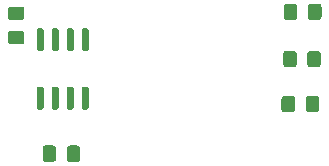
<source format=gbr>
%TF.GenerationSoftware,KiCad,Pcbnew,(5.1.9)-1*%
%TF.CreationDate,2021-07-10T09:55:13-04:00*%
%TF.ProjectId,detector_circuit,64657465-6374-46f7-925f-636972637569,rev?*%
%TF.SameCoordinates,Original*%
%TF.FileFunction,Paste,Bot*%
%TF.FilePolarity,Positive*%
%FSLAX46Y46*%
G04 Gerber Fmt 4.6, Leading zero omitted, Abs format (unit mm)*
G04 Created by KiCad (PCBNEW (5.1.9)-1) date 2021-07-10 09:55:13*
%MOMM*%
%LPD*%
G01*
G04 APERTURE LIST*
G04 APERTURE END LIST*
%TO.C,C13*%
G36*
G01*
X107790400Y-68344201D02*
X107790400Y-67444199D01*
G75*
G02*
X108040399Y-67194200I249999J0D01*
G01*
X108690401Y-67194200D01*
G75*
G02*
X108940400Y-67444199I0J-249999D01*
G01*
X108940400Y-68344201D01*
G75*
G02*
X108690401Y-68594200I-249999J0D01*
G01*
X108040399Y-68594200D01*
G75*
G02*
X107790400Y-68344201I0J249999D01*
G01*
G37*
G36*
G01*
X105740400Y-68344201D02*
X105740400Y-67444199D01*
G75*
G02*
X105990399Y-67194200I249999J0D01*
G01*
X106640401Y-67194200D01*
G75*
G02*
X106890400Y-67444199I0J-249999D01*
G01*
X106890400Y-68344201D01*
G75*
G02*
X106640401Y-68594200I-249999J0D01*
G01*
X105990399Y-68594200D01*
G75*
G02*
X105740400Y-68344201I0J249999D01*
G01*
G37*
%TD*%
%TO.C,U10*%
G36*
G01*
X109497000Y-59206000D02*
X109197000Y-59206000D01*
G75*
G02*
X109047000Y-59056000I0J150000D01*
G01*
X109047000Y-57406000D01*
G75*
G02*
X109197000Y-57256000I150000J0D01*
G01*
X109497000Y-57256000D01*
G75*
G02*
X109647000Y-57406000I0J-150000D01*
G01*
X109647000Y-59056000D01*
G75*
G02*
X109497000Y-59206000I-150000J0D01*
G01*
G37*
G36*
G01*
X108227000Y-59206000D02*
X107927000Y-59206000D01*
G75*
G02*
X107777000Y-59056000I0J150000D01*
G01*
X107777000Y-57406000D01*
G75*
G02*
X107927000Y-57256000I150000J0D01*
G01*
X108227000Y-57256000D01*
G75*
G02*
X108377000Y-57406000I0J-150000D01*
G01*
X108377000Y-59056000D01*
G75*
G02*
X108227000Y-59206000I-150000J0D01*
G01*
G37*
G36*
G01*
X106957000Y-59206000D02*
X106657000Y-59206000D01*
G75*
G02*
X106507000Y-59056000I0J150000D01*
G01*
X106507000Y-57406000D01*
G75*
G02*
X106657000Y-57256000I150000J0D01*
G01*
X106957000Y-57256000D01*
G75*
G02*
X107107000Y-57406000I0J-150000D01*
G01*
X107107000Y-59056000D01*
G75*
G02*
X106957000Y-59206000I-150000J0D01*
G01*
G37*
G36*
G01*
X105687000Y-59206000D02*
X105387000Y-59206000D01*
G75*
G02*
X105237000Y-59056000I0J150000D01*
G01*
X105237000Y-57406000D01*
G75*
G02*
X105387000Y-57256000I150000J0D01*
G01*
X105687000Y-57256000D01*
G75*
G02*
X105837000Y-57406000I0J-150000D01*
G01*
X105837000Y-59056000D01*
G75*
G02*
X105687000Y-59206000I-150000J0D01*
G01*
G37*
G36*
G01*
X105687000Y-64156000D02*
X105387000Y-64156000D01*
G75*
G02*
X105237000Y-64006000I0J150000D01*
G01*
X105237000Y-62356000D01*
G75*
G02*
X105387000Y-62206000I150000J0D01*
G01*
X105687000Y-62206000D01*
G75*
G02*
X105837000Y-62356000I0J-150000D01*
G01*
X105837000Y-64006000D01*
G75*
G02*
X105687000Y-64156000I-150000J0D01*
G01*
G37*
G36*
G01*
X106957000Y-64156000D02*
X106657000Y-64156000D01*
G75*
G02*
X106507000Y-64006000I0J150000D01*
G01*
X106507000Y-62356000D01*
G75*
G02*
X106657000Y-62206000I150000J0D01*
G01*
X106957000Y-62206000D01*
G75*
G02*
X107107000Y-62356000I0J-150000D01*
G01*
X107107000Y-64006000D01*
G75*
G02*
X106957000Y-64156000I-150000J0D01*
G01*
G37*
G36*
G01*
X108227000Y-64156000D02*
X107927000Y-64156000D01*
G75*
G02*
X107777000Y-64006000I0J150000D01*
G01*
X107777000Y-62356000D01*
G75*
G02*
X107927000Y-62206000I150000J0D01*
G01*
X108227000Y-62206000D01*
G75*
G02*
X108377000Y-62356000I0J-150000D01*
G01*
X108377000Y-64006000D01*
G75*
G02*
X108227000Y-64156000I-150000J0D01*
G01*
G37*
G36*
G01*
X109497000Y-64156000D02*
X109197000Y-64156000D01*
G75*
G02*
X109047000Y-64006000I0J150000D01*
G01*
X109047000Y-62356000D01*
G75*
G02*
X109197000Y-62206000I150000J0D01*
G01*
X109497000Y-62206000D01*
G75*
G02*
X109647000Y-62356000I0J-150000D01*
G01*
X109647000Y-64006000D01*
G75*
G02*
X109497000Y-64156000I-150000J0D01*
G01*
G37*
%TD*%
%TO.C,R10*%
G36*
G01*
X128021500Y-64140501D02*
X128021500Y-63240499D01*
G75*
G02*
X128271499Y-62990500I249999J0D01*
G01*
X128921501Y-62990500D01*
G75*
G02*
X129171500Y-63240499I0J-249999D01*
G01*
X129171500Y-64140501D01*
G75*
G02*
X128921501Y-64390500I-249999J0D01*
G01*
X128271499Y-64390500D01*
G75*
G02*
X128021500Y-64140501I0J249999D01*
G01*
G37*
G36*
G01*
X125971500Y-64140501D02*
X125971500Y-63240499D01*
G75*
G02*
X126221499Y-62990500I249999J0D01*
G01*
X126871501Y-62990500D01*
G75*
G02*
X127121500Y-63240499I0J-249999D01*
G01*
X127121500Y-64140501D01*
G75*
G02*
X126871501Y-64390500I-249999J0D01*
G01*
X126221499Y-64390500D01*
G75*
G02*
X125971500Y-64140501I0J249999D01*
G01*
G37*
%TD*%
%TO.C,R6*%
G36*
G01*
X128212000Y-56330001D02*
X128212000Y-55429999D01*
G75*
G02*
X128461999Y-55180000I249999J0D01*
G01*
X129112001Y-55180000D01*
G75*
G02*
X129362000Y-55429999I0J-249999D01*
G01*
X129362000Y-56330001D01*
G75*
G02*
X129112001Y-56580000I-249999J0D01*
G01*
X128461999Y-56580000D01*
G75*
G02*
X128212000Y-56330001I0J249999D01*
G01*
G37*
G36*
G01*
X126162000Y-56330001D02*
X126162000Y-55429999D01*
G75*
G02*
X126411999Y-55180000I249999J0D01*
G01*
X127062001Y-55180000D01*
G75*
G02*
X127312000Y-55429999I0J-249999D01*
G01*
X127312000Y-56330001D01*
G75*
G02*
X127062001Y-56580000I-249999J0D01*
G01*
X126411999Y-56580000D01*
G75*
G02*
X126162000Y-56330001I0J249999D01*
G01*
G37*
%TD*%
%TO.C,C14*%
G36*
G01*
X103955001Y-56582000D02*
X103054999Y-56582000D01*
G75*
G02*
X102805000Y-56332001I0J249999D01*
G01*
X102805000Y-55681999D01*
G75*
G02*
X103054999Y-55432000I249999J0D01*
G01*
X103955001Y-55432000D01*
G75*
G02*
X104205000Y-55681999I0J-249999D01*
G01*
X104205000Y-56332001D01*
G75*
G02*
X103955001Y-56582000I-249999J0D01*
G01*
G37*
G36*
G01*
X103955001Y-58632000D02*
X103054999Y-58632000D01*
G75*
G02*
X102805000Y-58382001I0J249999D01*
G01*
X102805000Y-57731999D01*
G75*
G02*
X103054999Y-57482000I249999J0D01*
G01*
X103955001Y-57482000D01*
G75*
G02*
X104205000Y-57731999I0J-249999D01*
G01*
X104205000Y-58382001D01*
G75*
G02*
X103955001Y-58632000I-249999J0D01*
G01*
G37*
%TD*%
%TO.C,C3*%
G36*
G01*
X127257500Y-59430499D02*
X127257500Y-60330501D01*
G75*
G02*
X127007501Y-60580500I-249999J0D01*
G01*
X126357499Y-60580500D01*
G75*
G02*
X126107500Y-60330501I0J249999D01*
G01*
X126107500Y-59430499D01*
G75*
G02*
X126357499Y-59180500I249999J0D01*
G01*
X127007501Y-59180500D01*
G75*
G02*
X127257500Y-59430499I0J-249999D01*
G01*
G37*
G36*
G01*
X129307500Y-59430499D02*
X129307500Y-60330501D01*
G75*
G02*
X129057501Y-60580500I-249999J0D01*
G01*
X128407499Y-60580500D01*
G75*
G02*
X128157500Y-60330501I0J249999D01*
G01*
X128157500Y-59430499D01*
G75*
G02*
X128407499Y-59180500I249999J0D01*
G01*
X129057501Y-59180500D01*
G75*
G02*
X129307500Y-59430499I0J-249999D01*
G01*
G37*
%TD*%
M02*

</source>
